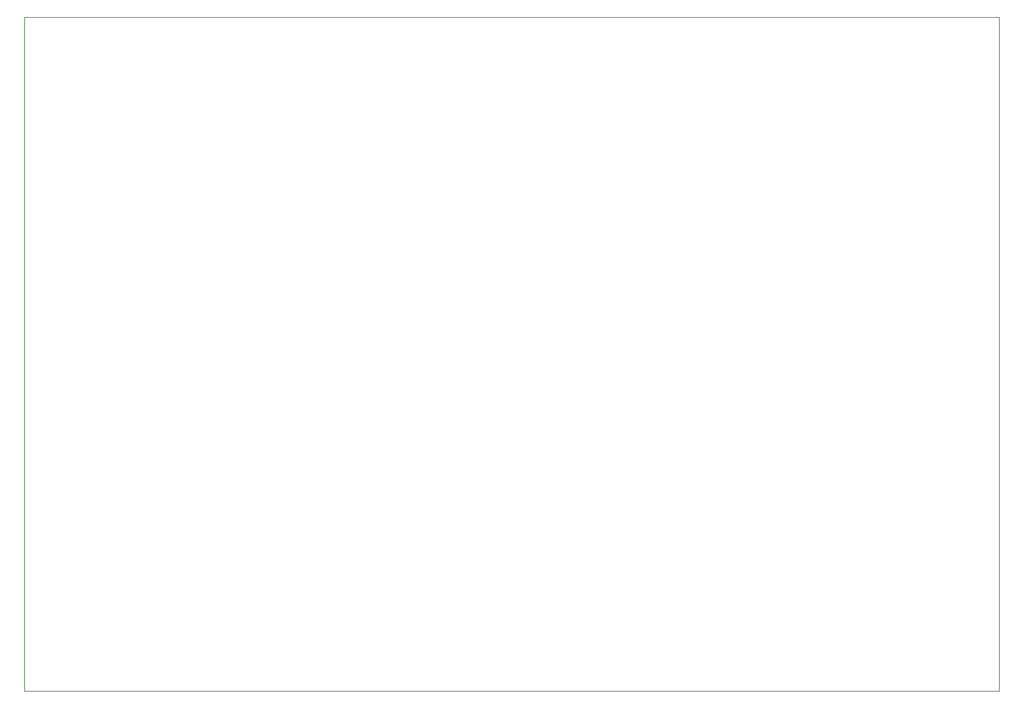
<source format=gbr>
%TF.GenerationSoftware,Altium Limited,Altium Designer,24.0.1 (36)*%
G04 Layer_Color=0*
%FSLAX45Y45*%
%MOMM*%
%TF.SameCoordinates,3215C8D0-E6B2-4662-8DC9-F85C750AE4ED*%
%TF.FilePolarity,Positive*%
%TF.FileFunction,Profile,NP*%
%TF.Part,Single*%
G01*
G75*
%TA.AperFunction,Profile*%
%ADD23C,0.02540*%
D23*
X3467100Y3505200D02*
X15049500D01*
Y11518900D01*
X3467100D01*
Y3505200D01*
%TF.MD5,9d25450470d75ba7a83b19cd2e58974c*%
M02*

</source>
